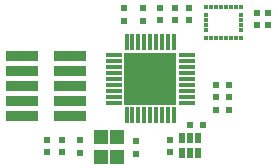
<source format=gts>
G04 ================== begin FILE IDENTIFICATION RECORD ==================*
G04 Layout Name:  ETDS_PCB_AN_V1_2.brd*
G04 Film Name:    SOLDEMASK_TOP*
G04 File Format:  Gerber RS274X*
G04 File Origin:  Cadence Allegro 16.6-S034*
G04 Origin Date:  Mon Mar 16 22:09:46 2015*
G04 *
G04 Layer:  VIA CLASS/SOLDERMASK_TOP*
G04 Layer:  PIN/SOLDERMASK_TOP*
G04 Layer:  PACKAGE GEOMETRY/SOLDERMASK_TOP*
G04 Layer:  BOARD GEOMETRY/SOLDERMASK_TOP*
G04 *
G04 Offset:    (0.00 0.00)*
G04 Mirror:    No*
G04 Mode:      Positive*
G04 Rotation:  0*
G04 FullContactRelief:  No*
G04 UndefLineWidth:     5.00*
G04 ================== end FILE IDENTIFICATION RECORD ====================*
%FSLAX25Y25*MOIN*%
%IR0*IPPOS*OFA0.00000B0.00000*MIA0B0*SFA1.00000B1.00000*%
%ADD10R,.105X.037*%
%ADD11R,.024X.024*%
%ADD17R,.024X.024*%
%ADD18R,.014X.018*%
%ADD16R,.021X.037*%
%ADD19R,.018X.014*%
%ADD15R,.015X.055*%
%ADD13R,.055X.015*%
%ADD12R,.045X.045*%
%ADD14R,.178X.178*%
%LPD*%
G75*
G54D10*
X757400Y1672800D03*
Y1677800D03*
Y1682800D03*
Y1687800D03*
Y1692800D03*
X773400Y1672800D03*
Y1677800D03*
Y1682800D03*
Y1687800D03*
Y1692800D03*
G54D11*
X765500Y1664700D03*
Y1660500D03*
X770700D03*
Y1664700D03*
X776700Y1660400D03*
Y1664600D03*
X795300Y1660100D03*
Y1664300D03*
X797600Y1704400D03*
Y1708600D03*
X791400D03*
Y1704400D03*
X806600Y1664700D03*
Y1660500D03*
X803400Y1708700D03*
Y1704500D03*
X812900D03*
Y1708700D03*
X808400D03*
Y1704500D03*
X839400Y1707100D03*
Y1702900D03*
X835600Y1707100D03*
Y1702900D03*
G54D12*
X783700Y1658900D03*
Y1665700D03*
X788900D03*
Y1658900D03*
G54D13*
X787850Y1677126D03*
Y1679094D03*
Y1681063D03*
Y1683032D03*
Y1685000D03*
Y1686968D03*
Y1688937D03*
Y1690906D03*
Y1692874D03*
X812150Y1681063D03*
Y1679094D03*
Y1677126D03*
Y1692874D03*
Y1690906D03*
Y1688937D03*
Y1686968D03*
Y1685000D03*
Y1683032D03*
G54D14*
X800000Y1685000D03*
G54D15*
X801968Y1672850D03*
X800000D03*
X798032D03*
X796063D03*
X794094D03*
X792126D03*
Y1697150D03*
X794094D03*
X796063D03*
X798032D03*
X800000D03*
X801968D03*
X807874Y1672850D03*
X805906D03*
X803937D03*
Y1697150D03*
X805906D03*
X807874D03*
G54D16*
X815850Y1660250D03*
X813250D03*
X810650D03*
Y1665450D03*
X813250D03*
X815850D03*
G54D17*
X817450Y1669550D03*
X813250D03*
X826200Y1674700D03*
X822000D03*
X826200Y1683000D03*
X822000D03*
X826200Y1679000D03*
X822000D03*
G54D18*
X818575Y1698721D03*
X820268D03*
X821961D03*
X823654D03*
X825346D03*
X827039D03*
X828732D03*
X830425D03*
Y1708879D03*
X828732D03*
X827039D03*
X825346D03*
X823654D03*
X821961D03*
X820268D03*
X818575D03*
G54D19*
X830425Y1701261D03*
Y1702954D03*
Y1704646D03*
Y1706339D03*
X818575D03*
Y1704646D03*
Y1702954D03*
Y1701261D03*
M02*

</source>
